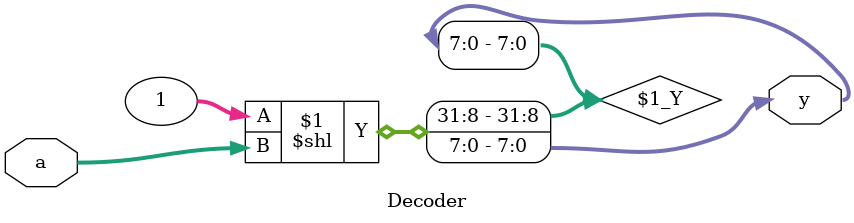
<source format=v>
`timescale 1ns / 1ps


module Decoder(
    input [2:0] a,
    output [7:0] y
    );
    assign y = 1 << a;
endmodule

</source>
